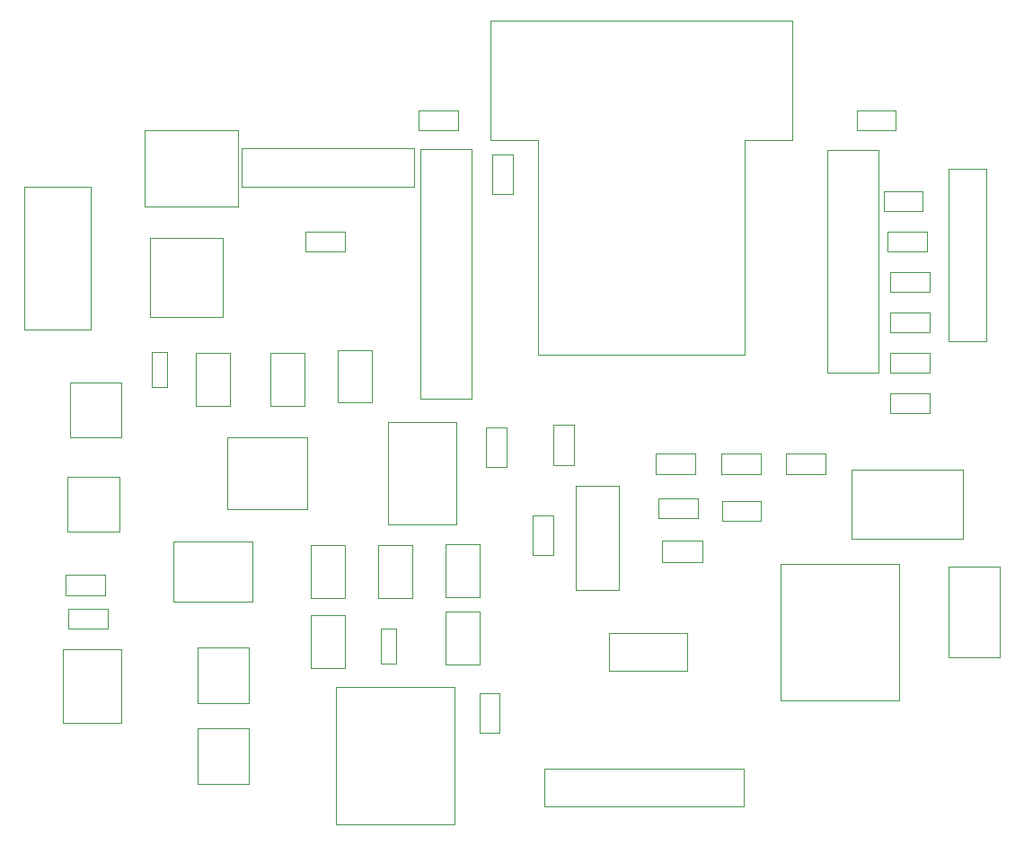
<source format=gbr>
G04 #@! TF.GenerationSoftware,KiCad,Pcbnew,(6.0.4)*
G04 #@! TF.CreationDate,2022-05-20T18:13:48-05:00*
G04 #@! TF.ProjectId,REEL,5245454c-2e6b-4696-9361-645f70636258,rev?*
G04 #@! TF.SameCoordinates,Original*
G04 #@! TF.FileFunction,Other,User*
%FSLAX46Y46*%
G04 Gerber Fmt 4.6, Leading zero omitted, Abs format (unit mm)*
G04 Created by KiCad (PCBNEW (6.0.4)) date 2022-05-20 18:13:48*
%MOMM*%
%LPD*%
G01*
G04 APERTURE LIST*
%ADD10C,0.050000*%
G04 APERTURE END LIST*
D10*
X85380000Y-93452500D02*
X85380000Y-89692500D01*
X85380000Y-89692500D02*
X87340000Y-89692500D01*
X87340000Y-93452500D02*
X85380000Y-93452500D01*
X87340000Y-89692500D02*
X87340000Y-93452500D01*
X48990000Y-86105000D02*
X47530000Y-86105000D01*
X47530000Y-82805000D02*
X48990000Y-82805000D01*
X47530000Y-86105000D02*
X47530000Y-82805000D01*
X48990000Y-82805000D02*
X48990000Y-86105000D01*
X46857600Y-69095200D02*
X55657600Y-69095200D01*
X55657600Y-69095200D02*
X55657600Y-61895200D01*
X55657600Y-61895200D02*
X46857600Y-61895200D01*
X46857600Y-61895200D02*
X46857600Y-69095200D01*
X76415000Y-61910000D02*
X72715000Y-61910000D01*
X76415000Y-60010000D02*
X76415000Y-61910000D01*
X72715000Y-61910000D02*
X72715000Y-60010000D01*
X72715000Y-60010000D02*
X76415000Y-60010000D01*
X99005000Y-96570000D02*
X99005000Y-98470000D01*
X95305000Y-96570000D02*
X99005000Y-96570000D01*
X99005000Y-98470000D02*
X95305000Y-98470000D01*
X95305000Y-98470000D02*
X95305000Y-96570000D01*
X117990000Y-115690000D02*
X106800000Y-115690000D01*
X106800000Y-102750000D02*
X117990000Y-102750000D01*
X117990000Y-115690000D02*
X117990000Y-102750000D01*
X106800000Y-102750000D02*
X106800000Y-115690000D01*
X84560000Y-122075000D02*
X103360000Y-122075000D01*
X84560000Y-125625000D02*
X84560000Y-122075000D01*
X103360000Y-122075000D02*
X103360000Y-125625000D01*
X103360000Y-125625000D02*
X84560000Y-125625000D01*
X104990000Y-96840000D02*
X104990000Y-98740000D01*
X104990000Y-98740000D02*
X101290000Y-98740000D01*
X101290000Y-96840000D02*
X104990000Y-96840000D01*
X101290000Y-98740000D02*
X101290000Y-96840000D01*
X111070000Y-92395000D02*
X111070000Y-94295000D01*
X107370000Y-94295000D02*
X107370000Y-92395000D01*
X111070000Y-94295000D02*
X107370000Y-94295000D01*
X107370000Y-92395000D02*
X111070000Y-92395000D01*
X55985000Y-63605000D02*
X55985000Y-67205000D01*
X55985000Y-67205000D02*
X72285000Y-67205000D01*
X72285000Y-63605000D02*
X55985000Y-63605000D01*
X72285000Y-67205000D02*
X72285000Y-63605000D01*
X97975200Y-112823400D02*
X90675200Y-112823400D01*
X97975200Y-109273400D02*
X97975200Y-112823400D01*
X90675200Y-112823400D02*
X90675200Y-109273400D01*
X90675200Y-109273400D02*
X97975200Y-109273400D01*
X83475000Y-101977500D02*
X83475000Y-98217500D01*
X85435000Y-101977500D02*
X83475000Y-101977500D01*
X85435000Y-98217500D02*
X85435000Y-101977500D01*
X83475000Y-98217500D02*
X85435000Y-98217500D01*
X101222500Y-94325000D02*
X101222500Y-92365000D01*
X104982500Y-94325000D02*
X101222500Y-94325000D01*
X101222500Y-92365000D02*
X104982500Y-92365000D01*
X104982500Y-92365000D02*
X104982500Y-94325000D01*
X39670000Y-108900000D02*
X39670000Y-107000000D01*
X43370000Y-108900000D02*
X39670000Y-108900000D01*
X43370000Y-107000000D02*
X43370000Y-108900000D01*
X39670000Y-107000000D02*
X43370000Y-107000000D01*
X65715000Y-73340000D02*
X62015000Y-73340000D01*
X62015000Y-71440000D02*
X65715000Y-71440000D01*
X65715000Y-71440000D02*
X65715000Y-73340000D01*
X62015000Y-73340000D02*
X62015000Y-71440000D01*
X44672500Y-90885000D02*
X39832500Y-90885000D01*
X44672500Y-85645000D02*
X44672500Y-90885000D01*
X39832500Y-90885000D02*
X39832500Y-85645000D01*
X39832500Y-85645000D02*
X44672500Y-85645000D01*
X56687500Y-118275000D02*
X56687500Y-123515000D01*
X51847500Y-123515000D02*
X51847500Y-118275000D01*
X51847500Y-118275000D02*
X56687500Y-118275000D01*
X56687500Y-123515000D02*
X51847500Y-123515000D01*
X69120000Y-112157500D02*
X69120000Y-108857500D01*
X69120000Y-108857500D02*
X70580000Y-108857500D01*
X70580000Y-112157500D02*
X69120000Y-112157500D01*
X70580000Y-108857500D02*
X70580000Y-112157500D01*
X39425000Y-103825000D02*
X43125000Y-103825000D01*
X43125000Y-105725000D02*
X39425000Y-105725000D01*
X39425000Y-105725000D02*
X39425000Y-103825000D01*
X43125000Y-103825000D02*
X43125000Y-105725000D01*
X76080000Y-127365000D02*
X76080000Y-114425000D01*
X76080000Y-127365000D02*
X64890000Y-127365000D01*
X64890000Y-114425000D02*
X76080000Y-114425000D01*
X64890000Y-114425000D02*
X64890000Y-127365000D01*
X75235000Y-112237500D02*
X75235000Y-107277500D01*
X78435000Y-107277500D02*
X78435000Y-112237500D01*
X75235000Y-107277500D02*
X78435000Y-107277500D01*
X78435000Y-112237500D02*
X75235000Y-112237500D01*
X72085000Y-101025000D02*
X72085000Y-105985000D01*
X68885000Y-105985000D02*
X68885000Y-101025000D01*
X72085000Y-105985000D02*
X68885000Y-105985000D01*
X68885000Y-101025000D02*
X72085000Y-101025000D01*
X81625000Y-67920000D02*
X79665000Y-67920000D01*
X81625000Y-64160000D02*
X81625000Y-67920000D01*
X79665000Y-67920000D02*
X79665000Y-64160000D01*
X79665000Y-64160000D02*
X81625000Y-64160000D01*
X77665000Y-87175000D02*
X77665000Y-63675000D01*
X77665000Y-63675000D02*
X72865000Y-63675000D01*
X72865000Y-87175000D02*
X77665000Y-87175000D01*
X72865000Y-63675000D02*
X72865000Y-87175000D01*
X65735000Y-105985000D02*
X62535000Y-105985000D01*
X62535000Y-105985000D02*
X62535000Y-101025000D01*
X62535000Y-101025000D02*
X65735000Y-101025000D01*
X65735000Y-101025000D02*
X65735000Y-105985000D01*
X79060000Y-89955000D02*
X80960000Y-89955000D01*
X79060000Y-93655000D02*
X79060000Y-89955000D01*
X80960000Y-93655000D02*
X79060000Y-93655000D01*
X80960000Y-89955000D02*
X80960000Y-93655000D01*
X116065000Y-63795000D02*
X111265000Y-63795000D01*
X111265000Y-84795000D02*
X116065000Y-84795000D01*
X111265000Y-63795000D02*
X111265000Y-84795000D01*
X116065000Y-84795000D02*
X116065000Y-63795000D01*
X39632500Y-99775000D02*
X39632500Y-94535000D01*
X44472500Y-94535000D02*
X44472500Y-99775000D01*
X44472500Y-99775000D02*
X39632500Y-99775000D01*
X39632500Y-94535000D02*
X44472500Y-94535000D01*
X117165000Y-86680000D02*
X120865000Y-86680000D01*
X120865000Y-86680000D02*
X120865000Y-88580000D01*
X120865000Y-88580000D02*
X117165000Y-88580000D01*
X117165000Y-88580000D02*
X117165000Y-86680000D01*
X80325000Y-114990000D02*
X80325000Y-118690000D01*
X78425000Y-114990000D02*
X80325000Y-114990000D01*
X78425000Y-118690000D02*
X78425000Y-114990000D01*
X80325000Y-118690000D02*
X78425000Y-118690000D01*
X113495000Y-93905000D02*
X123995000Y-93905000D01*
X113495000Y-100405000D02*
X113495000Y-93905000D01*
X123995000Y-100405000D02*
X113495000Y-100405000D01*
X123995000Y-93905000D02*
X123995000Y-100405000D01*
X120865000Y-77150000D02*
X117165000Y-77150000D01*
X117165000Y-75250000D02*
X120865000Y-75250000D01*
X117165000Y-77150000D02*
X117165000Y-75250000D01*
X120865000Y-75250000D02*
X120865000Y-77150000D01*
X79448800Y-51522000D02*
X79448800Y-62802000D01*
X79448800Y-51522000D02*
X107948800Y-51522000D01*
X79448800Y-62802000D02*
X83948800Y-62802000D01*
X83948800Y-83022000D02*
X83948800Y-62802000D01*
X107948800Y-51522000D02*
X107948800Y-62802000D01*
X103448800Y-62802000D02*
X107948800Y-62802000D01*
X83948800Y-83022000D02*
X103448800Y-83022000D01*
X103448800Y-62802000D02*
X103448800Y-83022000D01*
X54670000Y-97625000D02*
X62170000Y-97625000D01*
X62170000Y-90825000D02*
X54670000Y-90825000D01*
X62170000Y-97625000D02*
X62170000Y-90825000D01*
X54670000Y-90825000D02*
X54670000Y-97625000D01*
X78435000Y-105887500D02*
X75235000Y-105887500D01*
X78435000Y-100927500D02*
X78435000Y-105887500D01*
X75235000Y-100927500D02*
X78435000Y-100927500D01*
X75235000Y-105887500D02*
X75235000Y-100927500D01*
X116895000Y-73340000D02*
X116895000Y-71440000D01*
X120595000Y-71440000D02*
X120595000Y-73340000D01*
X116895000Y-71440000D02*
X120595000Y-71440000D01*
X120595000Y-73340000D02*
X116895000Y-73340000D01*
X122685000Y-65535000D02*
X126235000Y-65535000D01*
X126235000Y-65535000D02*
X126235000Y-81785000D01*
X122685000Y-81785000D02*
X122685000Y-65535000D01*
X126235000Y-81785000D02*
X122685000Y-81785000D01*
X95677500Y-100620000D02*
X99437500Y-100620000D01*
X95677500Y-102580000D02*
X95677500Y-100620000D01*
X99437500Y-100620000D02*
X99437500Y-102580000D01*
X99437500Y-102580000D02*
X95677500Y-102580000D01*
X49615000Y-106305000D02*
X49615000Y-100705000D01*
X49615000Y-100705000D02*
X57065000Y-100705000D01*
X57065000Y-106305000D02*
X49615000Y-106305000D01*
X57065000Y-100705000D02*
X57065000Y-106305000D01*
X127495000Y-111565000D02*
X127495000Y-103065000D01*
X122695000Y-103065000D02*
X122695000Y-111565000D01*
X122695000Y-111565000D02*
X127495000Y-111565000D01*
X127495000Y-103065000D02*
X122695000Y-103065000D01*
X41770000Y-80715000D02*
X35570000Y-80715000D01*
X41770000Y-67215000D02*
X41770000Y-80715000D01*
X35570000Y-80715000D02*
X35570000Y-67215000D01*
X35570000Y-67215000D02*
X41770000Y-67215000D01*
X69822500Y-99050000D02*
X76227500Y-99050000D01*
X76227500Y-89400000D02*
X69822500Y-89400000D01*
X69822500Y-89400000D02*
X69822500Y-99050000D01*
X76227500Y-99050000D02*
X76227500Y-89400000D01*
X120865000Y-80960000D02*
X117165000Y-80960000D01*
X117165000Y-79060000D02*
X120865000Y-79060000D01*
X117165000Y-80960000D02*
X117165000Y-79060000D01*
X120865000Y-79060000D02*
X120865000Y-80960000D01*
X120865000Y-82870000D02*
X120865000Y-84770000D01*
X117165000Y-82870000D02*
X120865000Y-82870000D01*
X120865000Y-84770000D02*
X117165000Y-84770000D01*
X117165000Y-84770000D02*
X117165000Y-82870000D01*
X51847500Y-110655000D02*
X56687500Y-110655000D01*
X56687500Y-110655000D02*
X56687500Y-115895000D01*
X51847500Y-115895000D02*
X51847500Y-110655000D01*
X56687500Y-115895000D02*
X51847500Y-115895000D01*
X39160000Y-117750000D02*
X44660000Y-117750000D01*
X39160000Y-110850000D02*
X39160000Y-117750000D01*
X44660000Y-117750000D02*
X44660000Y-110850000D01*
X44660000Y-110850000D02*
X39160000Y-110850000D01*
X98735000Y-94295000D02*
X95035000Y-94295000D01*
X98735000Y-92395000D02*
X98735000Y-94295000D01*
X95035000Y-92395000D02*
X98735000Y-92395000D01*
X95035000Y-94295000D02*
X95035000Y-92395000D01*
X113990000Y-61910000D02*
X113990000Y-60010000D01*
X113990000Y-60010000D02*
X117690000Y-60010000D01*
X117690000Y-60010000D02*
X117690000Y-61910000D01*
X117690000Y-61910000D02*
X113990000Y-61910000D01*
X65735000Y-107620000D02*
X65735000Y-112580000D01*
X65735000Y-112580000D02*
X62535000Y-112580000D01*
X62535000Y-112580000D02*
X62535000Y-107620000D01*
X62535000Y-107620000D02*
X65735000Y-107620000D01*
X120230000Y-67630000D02*
X120230000Y-69530000D01*
X120230000Y-69530000D02*
X116530000Y-69530000D01*
X116530000Y-69530000D02*
X116530000Y-67630000D01*
X116530000Y-67630000D02*
X120230000Y-67630000D01*
X47400000Y-72025000D02*
X47400000Y-79525000D01*
X54200000Y-72025000D02*
X47400000Y-72025000D01*
X47400000Y-79525000D02*
X54200000Y-79525000D01*
X54200000Y-79525000D02*
X54200000Y-72025000D01*
X51740000Y-82902500D02*
X54940000Y-82902500D01*
X54940000Y-82902500D02*
X54940000Y-87862500D01*
X54940000Y-87862500D02*
X51740000Y-87862500D01*
X51740000Y-87862500D02*
X51740000Y-82902500D01*
X87485000Y-95430000D02*
X91585000Y-95430000D01*
X87485000Y-105230000D02*
X87485000Y-95430000D01*
X91585000Y-95430000D02*
X91585000Y-105230000D01*
X91585000Y-105230000D02*
X87485000Y-105230000D01*
X68275000Y-82610000D02*
X68275000Y-87570000D01*
X65075000Y-82610000D02*
X68275000Y-82610000D01*
X68275000Y-87570000D02*
X65075000Y-87570000D01*
X65075000Y-87570000D02*
X65075000Y-82610000D01*
X58725000Y-82902500D02*
X61925000Y-82902500D01*
X61925000Y-87862500D02*
X58725000Y-87862500D01*
X58725000Y-87862500D02*
X58725000Y-82902500D01*
X61925000Y-82902500D02*
X61925000Y-87862500D01*
M02*

</source>
